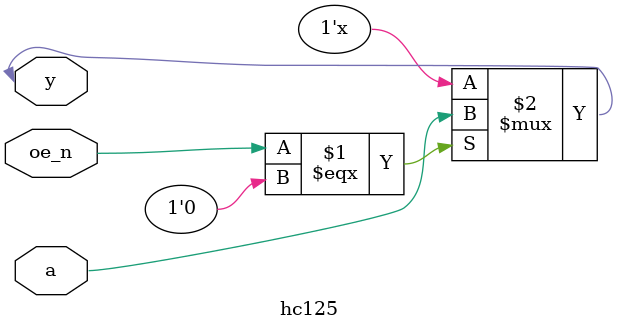
<source format=v>
`timescale 1ns/1ps
module hc125 (input a, input oe_n, inout y);
    `ifndef HC_TPD
    `define HC_TPD 0.001   // 1 ps: break zero-delay loops
    `endif
    // Add 1 ps inertial delay to Z release as well to avoid bus glitches
    assign #`HC_TPD y = (oe_n===1'b0) ? a : 1'bz;
endmodule
</source>
